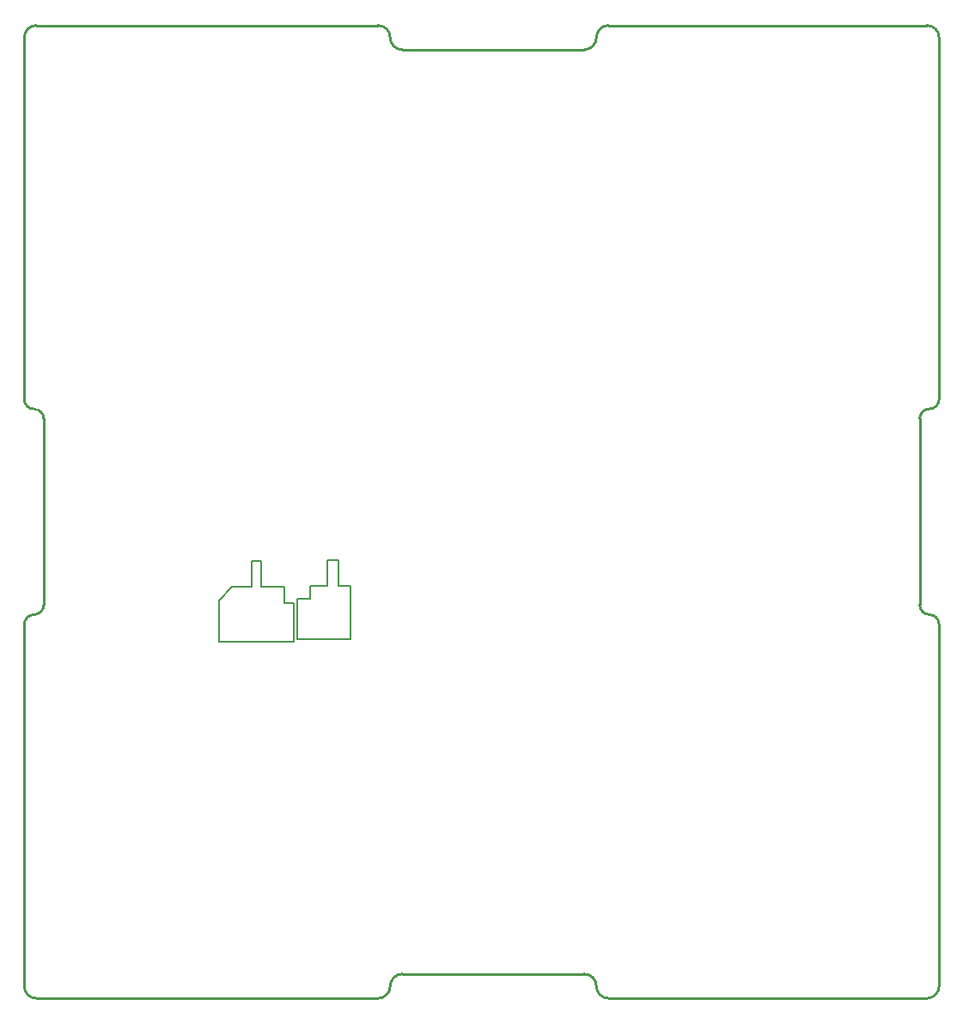
<source format=gm1>
G04*
G04 #@! TF.GenerationSoftware,Altium Limited,Altium Designer,25.0.2 (28)*
G04*
G04 Layer_Color=16711935*
%FSLAX25Y25*%
%MOIN*%
G70*
G04*
G04 #@! TF.SameCoordinates,92B628A6-D60A-4015-8E16-F054796CA4EE*
G04*
G04*
G04 #@! TF.FilePolarity,Positive*
G04*
G01*
G75*
%ADD81C,0.01000*%
%ADD82C,0.00800*%
D81*
X146732Y9449D02*
G03*
X142008Y4724I0J-4724D01*
G01*
X351220Y228681D02*
G03*
X355000Y232461I0J3779D01*
G01*
X0Y4724D02*
G03*
X4724Y0I4724J0D01*
G01*
X355000Y372795D02*
G03*
X350276Y377520I-4724J0D01*
G01*
X142008Y372795D02*
G03*
X146732Y368071I4724J0D01*
G01*
X350276Y0D02*
G03*
X355000Y4724I0J4724D01*
G01*
X3779Y148858D02*
G03*
X0Y145079I0J-3779D01*
G01*
X222008Y4724D02*
G03*
X217284Y9449I-4724J0D01*
G01*
X351220Y228681D02*
G03*
X347441Y224902I0J-3779D01*
G01*
X142008Y372795D02*
G03*
X137284Y377520I-4724J0D01*
G01*
X226732D02*
G03*
X222008Y372795I0J-4724D01*
G01*
X0Y232441D02*
G03*
X3779Y228661I3779J0D01*
G01*
X347441Y152657D02*
G03*
X351220Y148878I3779J0D01*
G01*
X4724Y377520D02*
G03*
X0Y372795I0J-4724D01*
G01*
X222008Y4724D02*
G03*
X226732Y0I4724J0D01*
G01*
X355000Y145098D02*
G03*
X351220Y148878I-3779J0D01*
G01*
X3779Y148858D02*
G03*
X7559Y152638I0J3779D01*
G01*
Y224882D02*
G03*
X3779Y228661I-3779J0D01*
G01*
X137284Y0D02*
G03*
X142008Y4724I0J4724D01*
G01*
X217284Y368071D02*
G03*
X222008Y372795I0J4724D01*
G01*
X4724Y377520D02*
X137284D01*
X4724Y0D02*
X137284D01*
X0Y232441D02*
Y372795D01*
X355000Y232461D02*
Y372795D01*
X226732Y377520D02*
X350276D01*
X355000Y4724D02*
Y145098D01*
X0Y4724D02*
Y145079D01*
X226732Y0D02*
X350276D01*
X146732Y368071D02*
X217284D01*
X347441Y152657D02*
Y224902D01*
X7559Y152638D02*
Y224882D01*
X146732Y9449D02*
X217283D01*
D82*
X111000Y160000D02*
X117500D01*
Y170000D02*
X122000D01*
X126500Y139500D02*
Y160000D01*
X111000Y155000D02*
Y160000D01*
X122000D02*
Y170000D01*
X117500Y160000D02*
Y170000D01*
X106000Y155000D02*
X111000D01*
X122000Y160000D02*
X126500D01*
X106000Y139500D02*
X126500D01*
X106000D02*
Y155000D01*
X101000Y153500D02*
Y159705D01*
X75500Y138500D02*
X104500D01*
X75500D02*
Y154500D01*
X104500Y138500D02*
Y153500D01*
X75500Y154500D02*
X80705Y159705D01*
X88349D01*
Y169705D02*
X89275D01*
X92049Y159705D02*
X101000D01*
X91124Y169705D02*
X92049D01*
X89275D02*
X91124D01*
X101000Y153500D02*
X104500D01*
X88349Y159705D02*
Y169705D01*
X92049Y159705D02*
Y169705D01*
M02*

</source>
